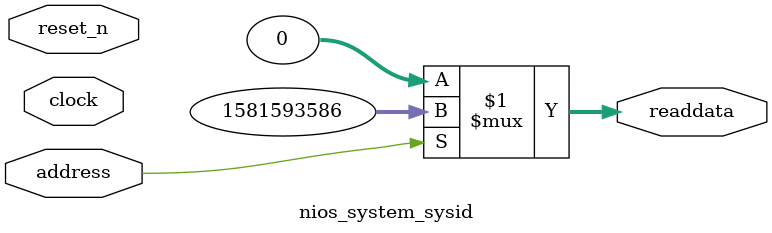
<source format=v>

`timescale 1ns / 1ps
// synthesis translate_on

// turn off superfluous verilog processor warnings 
// altera message_level Level1 
// altera message_off 10034 10035 10036 10037 10230 10240 10030 

module nios_system_sysid (
               // inputs:
                address,
                clock,
                reset_n,

               // outputs:
                readdata
             )
;

  output  [ 31: 0] readdata;
  input            address;
  input            clock;
  input            reset_n;

  wire    [ 31: 0] readdata;
  //control_slave, which is an e_avalon_slave
  assign readdata = address ? 1581593586 : 0;

endmodule




</source>
